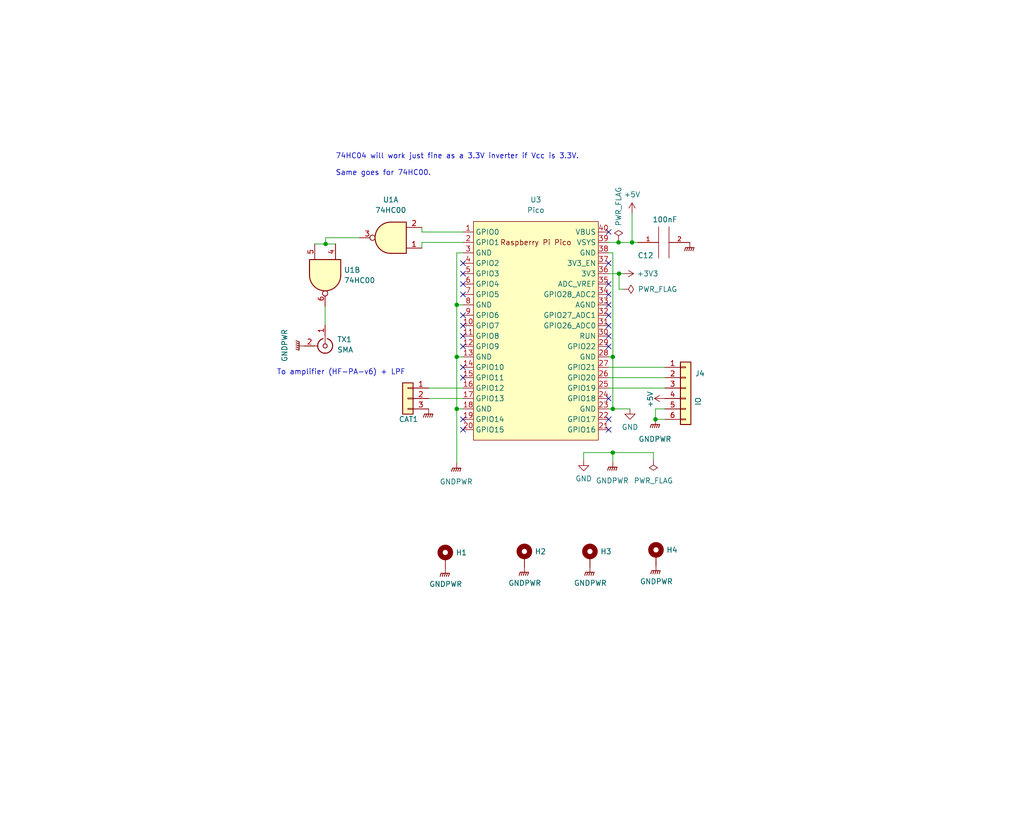
<source format=kicad_sch>
(kicad_sch (version 20211123) (generator eeschema)
  (paper "User" 250.012 200)
  (title_block (title "Easy CW Beacon without Si5351") (date "2022-04-20") (rev "v0.01") (company "VU3CER"))
  (lib_symbols
    (symbol "74xx:74HC00" (pin_names (offset 1.016))
      (property "Reference" "U" (at 0 1.27 0))
      (property "Value" "74HC00" (at 0 -1.27 0))
      (symbol "74HC00_1_1"
        (arc (start 0 -3.81) (mid 3.81 0) (end 0 3.81) (stroke (width 0.254)) (fill (type background)))
        (polyline (pts (xy 0 3.81) (xy -3.81 3.81) (xy -3.81 -3.81) (xy 0 -3.81)) (stroke (width 0.254)) (fill (type background)))
        (pin input line (at -7.62 2.54 0) (length 3.81) (name "~") (number "1"))
        (pin input line (at -7.62 -2.54 0) (length 3.81) (name "~") (number "2"))
        (pin output inverted (at 7.62 0 180) (length 3.81) (name "~") (number "3"))
      )
      (symbol "74HC00_1_2"
        (arc (start -3.81 -3.81) (mid -2.589 0) (end -3.81 3.81) (stroke (width 0.254)))
        (arc (start -0.6096 -3.81) (mid 2.1842 -2.5851) (end 3.81 0) (stroke (width 0.254)) (fill (type background)))
        (polyline (pts (xy -3.81 -3.81) (xy -0.635 -3.81)) (stroke (width 0.254)) (fill (type background)))
        (polyline (pts (xy -3.81 3.81) (xy -0.635 3.81)) (stroke (width 0.254)) (fill (type background)))
        (polyline (pts (xy -0.635 3.81) (xy -3.81 3.81) (xy -3.81 3.81) (xy -3.556 3.4036) (xy -3.0226 2.2606) (xy -2.6924 1.0414) (xy -2.6162 -0.254) (xy -2.7686 -1.4986) (xy -3.175 -2.7178) (xy -3.81 -3.81) (xy -3.81 -3.81) (xy -0.635 -3.81)) (stroke (width -25.4)) (fill (type background)))
        (arc (start 3.81 0) (mid 2.1915 2.5936) (end -0.6096 3.81) (stroke (width 0.254)) (fill (type background)))
        (pin input inverted (at -7.62 2.54 0) (length 4.318) (name "~") (number "1"))
        (pin input inverted (at -7.62 -2.54 0) (length 4.318) (name "~") (number "2"))
        (pin output line (at 7.62 0 180) (length 3.81) (name "~") (number "3"))
      )
      (symbol "74HC00_2_1"
        (arc (start 0 -3.81) (mid 3.81 0) (end 0 3.81) (stroke (width 0.254)) (fill (type background)))
        (polyline (pts (xy 0 3.81) (xy -3.81 3.81) (xy -3.81 -3.81) (xy 0 -3.81)) (stroke (width 0.254)) (fill (type background)))
        (pin input line (at -7.62 2.54 0) (length 3.81) (name "~") (number "4"))
        (pin input line (at -7.62 -2.54 0) (length 3.81) (name "~") (number "5"))
        (pin output inverted (at 7.62 0 180) (length 3.81) (name "~") (number "6"))
      )
      (symbol "74HC00_2_2"
        (arc (start -3.81 -3.81) (mid -2.589 0) (end -3.81 3.81) (stroke (width 0.254)))
        (arc (start -0.6096 -3.81) (mid 2.1842 -2.5851) (end 3.81 0) (stroke (width 0.254)) (fill (type background)))
        (polyline (pts (xy -3.81 -3.81) (xy -0.635 -3.81)) (stroke (width 0.254)) (fill (type background)))
        (polyline (pts (xy -3.81 3.81) (xy -0.635 3.81)) (stroke (width 0.254)) (fill (type background)))
        (polyline (pts (xy -0.635 3.81) (xy -3.81 3.81) (xy -3.81 3.81) (xy -3.556 3.4036) (xy -3.0226 2.2606) (xy -2.6924 1.0414) (xy -2.6162 -0.254) (xy -2.7686 -1.4986) (xy -3.175 -2.7178) (xy -3.81 -3.81) (xy -3.81 -3.81) (xy -0.635 -3.81)) (stroke (width -25.4)) (fill (type background)))
        (arc (start 3.81 0) (mid 2.1915 2.5936) (end -0.6096 3.81) (stroke (width 0.254)) (fill (type background)))
        (pin input inverted (at -7.62 2.54 0) (length 4.318) (name "~") (number "4"))
        (pin input inverted (at -7.62 -2.54 0) (length 4.318) (name "~") (number "5"))
        (pin output line (at 7.62 0 180) (length 3.81) (name "~") (number "6"))
      )
      (symbol "74HC00_3_1"
        (arc (start 0 -3.81) (mid 3.81 0) (end 0 3.81) (stroke (width 0.254)) (fill (type background)))
        (polyline (pts (xy 0 3.81) (xy -3.81 3.81) (xy -3.81 -3.81) (xy 0 -3.81)) (stroke (width 0.254)) (fill (type background)))
        (pin input line (at -7.62 -2.54 0) (length 3.81) (name "~") (number "10"))
        (pin output inverted (at 7.62 0 180) (length 3.81) (name "~") (number "8"))
        (pin input line (at -7.62 2.54 0) (length 3.81) (name "~") (number "9"))
      )
      (symbol "74HC00_3_2"
        (arc (start -3.81 -3.81) (mid -2.589 0) (end -3.81 3.81) (stroke (width 0.254)))
        (arc (start -0.6096 -3.81) (mid 2.1842 -2.5851) (end 3.81 0) (stroke (width 0.254)) (fill (type background)))
        (polyline (pts (xy -3.81 -3.81) (xy -0.635 -3.81)) (stroke (width 0.254)) (fill (type background)))
        (polyline (pts (xy -3.81 3.81) (xy -0.635 3.81)) (stroke (width 0.254)) (fill (type background)))
        (polyline (pts (xy -0.635 3.81) (xy -3.81 3.81) (xy -3.81 3.81) (xy -3.556 3.4036) (xy -3.0226 2.2606) (xy -2.6924 1.0414) (xy -2.6162 -0.254) (xy -2.7686 -1.4986) (xy -3.175 -2.7178) (xy -3.81 -3.81) (xy -3.81 -3.81) (xy -0.635 -3.81)) (stroke (width -25.4)) (fill (type background)))
        (arc (start 3.81 0) (mid 2.1915 2.5936) (end -0.6096 3.81) (stroke (width 0.254)) (fill (type background)))
        (pin input inverted (at -7.62 -2.54 0) (length 4.318) (name "~") (number "10"))
        (pin output line (at 7.62 0 180) (length 3.81) (name "~") (number "8"))
        (pin input inverted (at -7.62 2.54 0) (length 4.318) (name "~") (number "9"))
      )
      (symbol "74HC00_4_1"
        (arc (start 0 -3.81) (mid 3.81 0) (end 0 3.81) (stroke (width 0.254)) (fill (type background)))
        (polyline (pts (xy 0 3.81) (xy -3.81 3.81) (xy -3.81 -3.81) (xy 0 -3.81)) (stroke (width 0.254)) (fill (type background)))
        (pin output inverted (at 7.62 0 180) (length 3.81) (name "~") (number "11"))
        (pin input line (at -7.62 2.54 0) (length 3.81) (name "~") (number "12"))
        (pin input line (at -7.62 -2.54 0) (length 3.81) (name "~") (number "13"))
      )
      (symbol "74HC00_4_2"
        (arc (start -3.81 -3.81) (mid -2.589 0) (end -3.81 3.81) (stroke (width 0.254)))
        (arc (start -0.6096 -3.81) (mid 2.1842 -2.5851) (end 3.81 0) (stroke (width 0.254)) (fill (type background)))
        (polyline (pts (xy -3.81 -3.81) (xy -0.635 -3.81)) (stroke (width 0.254)) (fill (type background)))
        (polyline (pts (xy -3.81 3.81) (xy -0.635 3.81)) (stroke (width 0.254)) (fill (type background)))
        (polyline (pts (xy -0.635 3.81) (xy -3.81 3.81) (xy -3.81 3.81) (xy -3.556 3.4036) (xy -3.0226 2.2606) (xy -2.6924 1.0414) (xy -2.6162 -0.254) (xy -2.7686 -1.4986) (xy -3.175 -2.7178) (xy -3.81 -3.81) (xy -3.81 -3.81) (xy -0.635 -3.81)) (stroke (width -25.4)) (fill (type background)))
        (arc (start 3.81 0) (mid 2.1915 2.5936) (end -0.6096 3.81) (stroke (width 0.254)) (fill (type background)))
        (pin output line (at 7.62 0 180) (length 3.81) (name "~") (number "11"))
        (pin input inverted (at -7.62 2.54 0) (length 4.318) (name "~") (number "12"))
        (pin input inverted (at -7.62 -2.54 0) (length 4.318) (name "~") (number "13"))
      )
      (symbol "74HC00_5_0"
        (pin power_in line (at 0 12.7 270) (length 5.08) (name "VCC") (number "14"))
        (pin power_in line (at 0 -12.7 90) (length 5.08) (name "GND") (number "7"))
      )
      (symbol "74HC00_5_1"
        (rectangle (start -5.08 7.62) (end 5.08 -7.62) (stroke (width 0.254)) (fill (type background)))
      )
    )
    (symbol "Connector:Conn_Coaxial" (pin_names (offset 1.016) hide)
      (property "Reference" "J" (at 0.254 3.048 0))
      (property "Value" "Conn_Coaxial" (at 2.921 0 90))
      (symbol "Conn_Coaxial_0_1"
        (arc (start -1.778 -0.508) (mid 0.2311 -1.8066) (end 1.778 0) (stroke (width 0.254)))
        (polyline (pts (xy -2.54 0) (xy -0.508 0)))
        (polyline (pts (xy 0 -2.54) (xy 0 -1.778)))
        (circle (center 0 0) (radius 0.508) (stroke (width 0.2032)))
        (arc (start 1.778 0) (mid 0.2099 1.8101) (end -1.778 0.508) (stroke (width 0.254)))
      )
      (symbol "Conn_Coaxial_1_1"
        (pin passive line (at -5.08 0 0) (length 2.54) (name "In") (number "1"))
        (pin passive line (at 0 -5.08 90) (length 2.54) (name "Ext") (number "2"))
      )
    )
    (symbol "Connector_Generic:Conn_01x03" (pin_names (offset 1.016) hide)
      (property "Reference" "J" (at 0 5.08 0))
      (property "Value" "Conn_01x03" (at 0 -5.08 0))
      (symbol "Conn_01x03_1_1"
        (rectangle (start -1.27 -2.413) (end 0 -2.667) (stroke (width 0.1524)))
        (rectangle (start -1.27 0.127) (end 0 -0.127) (stroke (width 0.1524)))
        (rectangle (start -1.27 2.667) (end 0 2.413) (stroke (width 0.1524)))
        (rectangle (start -1.27 3.81) (end 1.27 -3.81) (stroke (width 0.254)) (fill (type background)))
        (pin passive line (at -5.08 2.54 0) (length 3.81) (name "Pin_1") (number "1"))
        (pin passive line (at -5.08 0 0) (length 3.81) (name "Pin_2") (number "2"))
        (pin passive line (at -5.08 -2.54 0) (length 3.81) (name "Pin_3") (number "3"))
      )
    )
    (symbol "Connector_Generic:Conn_01x06" (pin_names (offset 1.016) hide)
      (property "Reference" "J" (at 0 7.62 0))
      (property "Value" "Conn_01x06" (at 0 -10.16 0))
      (symbol "Conn_01x06_1_1"
        (rectangle (start -1.27 -7.493) (end 0 -7.747) (stroke (width 0.1524)))
        (rectangle (start -1.27 -4.953) (end 0 -5.207) (stroke (width 0.1524)))
        (rectangle (start -1.27 -2.413) (end 0 -2.667) (stroke (width 0.1524)))
        (rectangle (start -1.27 0.127) (end 0 -0.127) (stroke (width 0.1524)))
        (rectangle (start -1.27 2.667) (end 0 2.413) (stroke (width 0.1524)))
        (rectangle (start -1.27 5.207) (end 0 4.953) (stroke (width 0.1524)))
        (rectangle (start -1.27 6.35) (end 1.27 -8.89) (stroke (width 0.254)) (fill (type background)))
        (pin passive line (at -5.08 5.08 0) (length 3.81) (name "Pin_1") (number "1"))
        (pin passive line (at -5.08 2.54 0) (length 3.81) (name "Pin_2") (number "2"))
        (pin passive line (at -5.08 0 0) (length 3.81) (name "Pin_3") (number "3"))
        (pin passive line (at -5.08 -2.54 0) (length 3.81) (name "Pin_4") (number "4"))
        (pin passive line (at -5.08 -5.08 0) (length 3.81) (name "Pin_5") (number "5"))
        (pin passive line (at -5.08 -7.62 0) (length 3.81) (name "Pin_6") (number "6"))
      )
    )
    (symbol "Mechanical:MountingHole_Pad" (pin_numbers hide) (pin_names (offset 1.016) hide)
      (property "Reference" "H" (at 0 6.35 0))
      (property "Value" "MountingHole_Pad" (at 0 4.445 0))
      (symbol "MountingHole_Pad_0_1"
        (circle (center 0 1.27) (radius 1.27) (stroke (width 1.27)))
      )
      (symbol "MountingHole_Pad_1_1"
        (pin input line (at 0 -2.54 90) (length 2.54) (name "1") (number "1"))
      )
    )
    (symbol "pico:Pico"
      (property "Reference" "U3" (at 0 32.004 0))
      (property "Value" "Pico" (at 0 29.464 0))
      (symbol "Pico_0_0"
        (text "Raspberry Pi Pico" (at 0 21.59 0) (effects (font (size 1.27 1.27))))
      )
      (symbol "Pico_0_1"
        (rectangle (start -15.24 26.67) (end 15.24 -26.67) (fill (type background)))
      )
      (symbol "Pico_1_1"
        (pin bidirectional line (at -17.78 24.13 0) (length 2.54) (name "GPIO0") (number "1"))
        (pin bidirectional line (at -17.78 1.27 0) (length 2.54) (name "GPIO7") (number "10"))
        (pin bidirectional line (at -17.78 -1.27 0) (length 2.54) (name "GPIO8") (number "11"))
        (pin bidirectional line (at -17.78 -3.81 0) (length 2.54) (name "GPIO9") (number "12"))
        (pin power_in line (at -17.78 -6.35 0) (length 2.54) (name "GND") (number "13"))
        (pin bidirectional line (at -17.78 -8.89 0) (length 2.54) (name "GPIO10") (number "14"))
        (pin bidirectional line (at -17.78 -11.43 0) (length 2.54) (name "GPIO11") (number "15"))
        (pin bidirectional line (at -17.78 -13.97 0) (length 2.54) (name "GPIO12") (number "16"))
        (pin bidirectional line (at -17.78 -16.51 0) (length 2.54) (name "GPIO13") (number "17"))
        (pin power_in line (at -17.78 -19.05 0) (length 2.54) (name "GND") (number "18"))
        (pin bidirectional line (at -17.78 -21.59 0) (length 2.54) (name "GPIO14") (number "19"))
        (pin bidirectional line (at -17.78 21.59 0) (length 2.54) (name "GPIO1") (number "2"))
        (pin bidirectional line (at -17.78 -24.13 0) (length 2.54) (name "GPIO15") (number "20"))
        (pin bidirectional line (at 17.78 -24.13 180) (length 2.54) (name "GPIO16") (number "21"))
        (pin bidirectional line (at 17.78 -21.59 180) (length 2.54) (name "GPIO17") (number "22"))
        (pin power_in line (at 17.78 -19.05 180) (length 2.54) (name "GND") (number "23"))
        (pin bidirectional line (at 17.78 -16.51 180) (length 2.54) (name "GPIO18") (number "24"))
        (pin bidirectional line (at 17.78 -13.97 180) (length 2.54) (name "GPIO19") (number "25"))
        (pin bidirectional line (at 17.78 -11.43 180) (length 2.54) (name "GPIO20") (number "26"))
        (pin bidirectional line (at 17.78 -8.89 180) (length 2.54) (name "GPIO21") (number "27"))
        (pin power_in line (at 17.78 -6.35 180) (length 2.54) (name "GND") (number "28"))
        (pin bidirectional line (at 17.78 -3.81 180) (length 2.54) (name "GPIO22") (number "29"))
        (pin power_in line (at -17.78 19.05 0) (length 2.54) (name "GND") (number "3"))
        (pin input line (at 17.78 -1.27 180) (length 2.54) (name "RUN") (number "30"))
        (pin bidirectional line (at 17.78 1.27 180) (length 2.54) (name "GPIO26_ADC0") (number "31"))
        (pin bidirectional line (at 17.78 3.81 180) (length 2.54) (name "GPIO27_ADC1") (number "32"))
        (pin power_in line (at 17.78 6.35 180) (length 2.54) (name "AGND") (number "33"))
        (pin bidirectional line (at 17.78 8.89 180) (length 2.54) (name "GPIO28_ADC2") (number "34"))
        (pin power_in line (at 17.78 11.43 180) (length 2.54) (name "ADC_VREF") (number "35"))
        (pin power_in line (at 17.78 13.97 180) (length 2.54) (name "3V3") (number "36"))
        (pin input line (at 17.78 16.51 180) (length 2.54) (name "3V3_EN") (number "37"))
        (pin power_in line (at 17.78 19.05 180) (length 2.54) (name "GND") (number "38"))
        (pin power_in line (at 17.78 21.59 180) (length 2.54) (name "VSYS") (number "39"))
        (pin bidirectional line (at -17.78 16.51 0) (length 2.54) (name "GPIO2") (number "4"))
        (pin power_in line (at 17.78 24.13 180) (length 2.54) (name "VBUS") (number "40"))
        (pin bidirectional line (at -17.78 13.97 0) (length 2.54) (name "GPIO3") (number "5"))
        (pin bidirectional line (at -17.78 11.43 0) (length 2.54) (name "GPIO4") (number "6"))
        (pin bidirectional line (at -17.78 8.89 0) (length 2.54) (name "GPIO5") (number "7"))
        (pin power_in line (at -17.78 6.35 0) (length 2.54) (name "GND") (number "8"))
        (pin bidirectional line (at -17.78 3.81 0) (length 2.54) (name "GPIO6") (number "9"))
      )
    )
    (symbol "power:+3.3V" (power) (pin_names (offset 0))
      (property "Value" "+3.3V" (at 0 3.556 0))
      (symbol "+3.3V_0_1"
        (polyline (pts (xy -0.762 1.27) (xy 0 2.54)))
        (polyline (pts (xy 0 0) (xy 0 2.54)))
        (polyline (pts (xy 0 2.54) (xy 0.762 1.27)))
      )
      (symbol "+3.3V_1_1"
        (pin power_in line (at 0 0 90) (length 0) hide (name "+3V3") (number "1"))
      )
    )
    (symbol "power:+5V" (power) (pin_names (offset 0))
      (property "Value" "+5V" (at 0 3.556 0))
      (symbol "+5V_0_1"
        (polyline (pts (xy -0.762 1.27) (xy 0 2.54)))
        (polyline (pts (xy 0 0) (xy 0 2.54)))
        (polyline (pts (xy 0 2.54) (xy 0.762 1.27)))
      )
      (symbol "+5V_1_1"
        (pin power_in line (at 0 0 90) (length 0) hide (name "+5V") (number "1"))
      )
    )
    (symbol "power:GND" (power) (pin_names (offset 0))
      (property "Value" "GND" (at 0 -3.81 0))
      (symbol "GND_0_1"
        (polyline (pts (xy 0 0) (xy 0 -1.27) (xy 1.27 -1.27) (xy 0 -2.54) (xy -1.27 -1.27) (xy 0 -1.27)))
      )
      (symbol "GND_1_1"
        (pin power_in line (at 0 0 270) (length 0) hide (name "GND") (number "1"))
      )
    )
    (symbol "power:GNDPWR" (power) (pin_names (offset 0))
      (property "Value" "GNDPWR" (at 0 -3.302 0))
      (symbol "GNDPWR_0_1"
        (polyline (pts (xy 0 -1.27) (xy 0 0)))
        (polyline (pts (xy -1.016 -1.27) (xy -1.27 -2.032) (xy -1.27 -2.032)) (stroke (width 0.2032)))
        (polyline (pts (xy -0.508 -1.27) (xy -0.762 -2.032) (xy -0.762 -2.032)) (stroke (width 0.2032)))
        (polyline (pts (xy 0 -1.27) (xy -0.254 -2.032) (xy -0.254 -2.032)) (stroke (width 0.2032)))
        (polyline (pts (xy 0.508 -1.27) (xy 0.254 -2.032) (xy 0.254 -2.032)) (stroke (width 0.2032)))
        (polyline (pts (xy 1.016 -1.27) (xy -1.016 -1.27) (xy -1.016 -1.27)) (stroke (width 0.2032)))
        (polyline (pts (xy 1.016 -1.27) (xy 0.762 -2.032) (xy 0.762 -2.032) (xy 0.762 -2.032)) (stroke (width 0.2032)))
      )
      (symbol "GNDPWR_1_1"
        (pin power_in line (at 0 0 270) (length 0) hide (name "GNDPWR") (number "1"))
      )
    )
    (symbol "power:PWR_FLAG" (power) (pin_numbers hide) (pin_names (offset 0) hide)
      (property "Value" "PWR_FLAG" (at 0 3.81 0))
      (symbol "PWR_FLAG_0_0"
        (pin power_out line (at 0 0 90) (length 0) (name "pwr") (number "1"))
      )
      (symbol "PWR_FLAG_0_1"
        (polyline (pts (xy 0 0) (xy 0 1.27) (xy -1.016 1.905) (xy 0 2.54) (xy 1.016 1.905) (xy 0 1.27)))
      )
    )
    (symbol "pspice:CAP" (pin_names (offset 0.254))
      (property "Reference" "C" (at 2.54 3.81 90))
      (property "Value" "CAP" (at 2.54 -3.81 90))
      (symbol "CAP_0_1"
        (polyline (pts (xy -3.81 -1.27) (xy 3.81 -1.27)))
        (polyline (pts (xy -3.81 1.27) (xy 3.81 1.27)))
      )
      (symbol "CAP_1_1"
        (pin passive line (at 0 6.35 270) (length 5.08) (name "~") (number "1"))
        (pin passive line (at 0 -6.35 90) (length 5.08) (name "~") (number "2"))
      )
    )
  )
  (junction (at 149.606 99.822))
  (junction (at 111.506 74.422))
  (junction (at 154.305 59.182))
  (junction (at 151.003 59.182))
  (junction (at 160.02 102.362))
  (junction (at 151.13 66.802))
  (junction (at 111.506 99.822))
  (junction (at 149.606 87.122))
  (junction (at 149.606 110.49))
  (junction (at 79.502 59.563))
  (junction (at 111.506 87.122))
  (no_connect (at 113.03 89.662))
  (no_connect (at 113.03 92.202))
  (no_connect (at 113.03 69.342))
  (no_connect (at 113.03 71.882))
  (no_connect (at 113.03 66.802))
  (no_connect (at 113.03 64.262))
  (no_connect (at 113.03 76.962))
  (no_connect (at 113.03 79.502))
  (no_connect (at 113.03 84.582))
  (no_connect (at 113.03 82.042))
  (no_connect (at 148.59 82.042))
  (no_connect (at 148.59 76.962))
  (no_connect (at 148.59 69.342))
  (no_connect (at 148.59 71.882))
  (no_connect (at 148.59 74.422))
  (no_connect (at 148.59 64.262))
  (no_connect (at 148.59 104.902))
  (no_connect (at 148.59 102.362))
  (no_connect (at 113.03 104.902))
  (no_connect (at 148.59 79.502))
  (no_connect (at 113.03 102.362))
  (no_connect (at 148.59 56.642))
  (no_connect (at 148.59 97.282))
  (no_connect (at 148.59 84.582))
  (wire (pts (xy 149.606 61.722) (xy 149.606 87.122)))
  (wire (pts (xy 111.506 74.422) (xy 111.506 87.122)))
  (wire (pts (xy 142.494 112.395) (xy 142.494 110.49)))
  (wire (pts (xy 113.03 87.122) (xy 111.506 87.122)))
  (wire (pts (xy 149.606 87.122) (xy 149.606 99.822)))
  (wire (pts (xy 79.502 58.039) (xy 79.502 59.563)))
  (wire (pts (xy 148.59 99.822) (xy 149.606 99.822)))
  (wire (pts (xy 160.02 102.362) (xy 162.306 102.362)))
  (wire (pts (xy 104.648 94.742) (xy 113.03 94.742)))
  (wire (pts (xy 160.02 99.822) (xy 162.306 99.822)))
  (wire (pts (xy 148.59 92.202) (xy 162.306 92.202)))
  (wire (pts (xy 102.997 55.499) (xy 102.997 56.642)))
  (wire (pts (xy 111.506 87.122) (xy 111.506 99.822)))
  (wire (pts (xy 111.506 99.822) (xy 111.506 113.03)))
  (wire (pts (xy 102.997 56.642) (xy 113.03 56.642)))
  (wire (pts (xy 149.606 99.822) (xy 153.797 99.822)))
  (wire (pts (xy 113.03 59.182) (xy 102.997 59.182)))
  (wire (pts (xy 151.13 66.802) (xy 152.146 66.802)))
  (wire (pts (xy 148.59 87.122) (xy 149.606 87.122)))
  (wire (pts (xy 148.59 59.182) (xy 151.003 59.182)))
  (wire (pts (xy 159.512 110.49) (xy 159.512 112.268)))
  (wire (pts (xy 160.02 99.822) (xy 160.02 102.362)))
  (wire (pts (xy 111.506 61.722) (xy 111.506 74.422)))
  (wire (pts (xy 148.59 89.662) (xy 162.306 89.662)))
  (wire (pts (xy 142.494 110.49) (xy 149.606 110.49)))
  (wire (pts (xy 111.506 99.822) (xy 113.03 99.822)))
  (wire (pts (xy 76.835 59.563) (xy 79.502 59.563)))
  (wire (pts (xy 79.375 74.803) (xy 79.375 79.375)))
  (wire (pts (xy 111.506 61.722) (xy 113.03 61.722)))
  (wire (pts (xy 149.606 110.49) (xy 149.606 112.776)))
  (wire (pts (xy 154.305 59.182) (xy 155.702 59.182)))
  (wire (pts (xy 148.59 66.802) (xy 151.13 66.802)))
  (wire (pts (xy 113.03 74.422) (xy 111.506 74.422)))
  (wire (pts (xy 149.606 110.49) (xy 159.512 110.49)))
  (wire (pts (xy 151.003 59.182) (xy 154.305 59.182)))
  (wire (pts (xy 102.997 59.182) (xy 102.997 60.579)))
  (wire (pts (xy 151.003 58.801) (xy 151.003 59.182)))
  (wire (pts (xy 148.59 94.742) (xy 162.306 94.742)))
  (wire (pts (xy 79.502 58.039) (xy 87.757 58.039)))
  (wire (pts (xy 154.305 52.07) (xy 154.305 59.182)))
  (wire (pts (xy 151.13 66.802) (xy 151.13 70.612)))
  (wire (pts (xy 104.648 97.282) (xy 113.03 97.282)))
  (wire (pts (xy 148.59 61.722) (xy 149.606 61.722)))
  (wire (pts (xy 79.502 59.563) (xy 81.915 59.563)))
  (wire (pts (xy 151.13 70.612) (xy 152.146 70.612)))
  (text "To amplifier (HF-PA-v6) + LPF" (at 67.564 91.694 0) (effects (font (size 1.27 1.27)) (justify left bottom)))
  (text "74HC04 will work just fine as a 3.3V inverter if Vcc is 3.3V.\n\nSame goes for 74HC00." (at 81.915 43.053 0) (effects (font (size 1.27 1.27)) (justify left bottom)))
  (symbol (lib_id "Mechanical:MountingHole_Pad") (at 108.712 136.144 0) (unit 1)
    (property "Reference" "H1" (at 111.252 134.8994 0) (effects (justify left)))
    (property "Value" "MountingHole_Pad" (effects hide))
    (property "Footprint" "MountingHole:MountingHole_3.2mm_M3_ISO7380_Pad" (effects hide))
  )
  (symbol (lib_id "Mechanical:MountingHole_Pad") (at 128.016 135.89 0) (unit 1)
    (property "Reference" "H2" (at 130.556 134.6454 0) (effects (justify left)))
    (property "Value" "MountingHole_Pad" (effects hide))
    (property "Footprint" "MountingHole:MountingHole_3.2mm_M3_ISO7380_Pad" (effects hide))
  )
  (symbol (lib_id "Mechanical:MountingHole_Pad") (at 144.018 135.89 0) (unit 1)
    (property "Reference" "H3" (at 146.558 134.6454 0) (effects (justify left)))
    (property "Value" "MountingHole_Pad" (effects hide))
    (property "Footprint" "MountingHole:MountingHole_3.2mm_M3_ISO7380_Pad" (effects hide))
  )
  (symbol (lib_id "Mechanical:MountingHole_Pad") (at 160.147 135.509 0) (unit 1)
    (property "Reference" "H4" (at 162.687 134.2644 0) (effects (justify left)))
    (property "Value" "MountingHole_Pad" (effects hide))
    (property "Footprint" "MountingHole:MountingHole_3.2mm_M3_ISO7380_Pad" (effects hide))
  )
  (symbol (lib_id "power:GNDPWR") (at 108.712 138.684 0) (unit 1)
    (property "Reference" "#PWR0133" (effects hide))
    (property "Value" "GNDPWR" (at 108.8136 142.5956 0))
  )
  (symbol (lib_id "power:GNDPWR") (at 128.016 138.43 0) (unit 1)
    (property "Reference" "#PWR0141" (effects hide))
    (property "Value" "GNDPWR" (at 128.1176 142.3416 0))
  )
  (symbol (lib_id "power:GNDPWR") (at 144.018 138.43 0) (unit 1)
    (property "Reference" "#PWR0142" (effects hide))
    (property "Value" "GNDPWR" (at 144.1196 142.3416 0))
  )
  (symbol (lib_id "power:GNDPWR") (at 160.147 138.049 0) (unit 1)
    (property "Reference" "#PWR0143" (effects hide))
    (property "Value" "GNDPWR" (at 160.2486 141.9606 0))
  )
  (symbol (lib_id "power:PWR_FLAG") (at 159.512 112.268 180) (unit 1)
    (property "Reference" "#FLG02" (effects hide))
    (property "Value" "PWR_FLAG" (at 159.512 117.348 0))
  )
  (symbol (lib_id "power:+5V") (at 154.305 52.07 0) (unit 1)
    (property "Reference" "#PWR04" (effects hide))
    (property "Value" "+5V" (at 154.305 47.498 0))
  )
  (symbol (lib_id "power:GNDPWR") (at 160.02 102.362 0) (unit 1)
    (property "Reference" "#PWR0102" (effects hide))
    (property "Value" "GNDPWR" (at 159.893 107.188 0))
  )
  (symbol (lib_id "Connector_Generic:Conn_01x03") (at 99.568 97.282 0) (mirror y) (unit 1)
    (property "Reference" "CAT1" (at 102.108 102.362 0) (effects (justify left)))
    (property "Value" "CAT" (effects hide))
    (property "Footprint" "Connector_PinHeader_2.54mm:PinHeader_1x03_P2.54mm_Vertical" (effects hide))
  )
  (symbol (lib_id "Connector_Generic:Conn_01x06") (at 167.386 94.742 0) (unit 1)
    (property "Reference" "J4" (at 169.672 91.186 0) (effects (justify left)))
    (property "Value" "IO" (at 170.434 99.06 90) (effects (justify left)))
    (property "Footprint" "Connector_PinHeader_2.54mm:PinHeader_1x06_P2.54mm_Vertical" (effects hide))
  )
  (symbol (lib_id "power:GNDPWR") (at 104.648 99.822 0) (unit 1)
    (property "Reference" "#PWR0106" (effects hide))
    (property "Value" "GNDPWR" (effects hide))
  )
  (symbol (lib_id "pspice:CAP") (at 162.052 59.182 90) (unit 1)
    (property "Reference" "C12" (at 157.607 62.357 90))
    (property "Value" "100nF" (at 162.306 53.594 90))
    (property "Footprint" "Capacitor_SMD:C_1206_3216Metric_Pad1.33x1.80mm_HandSolder" (effects hide))
  )
  (symbol (lib_id "power:+3.3V") (at 152.146 66.802 270) (unit 1)
    (property "Reference" "#PWR03" (effects hide))
    (property "Value" "+3.3V" (at 155.448 66.8019 90) (effects (justify left)))
  )
  (symbol (lib_id "power:GND") (at 142.494 112.395 0) (unit 1)
    (property "Reference" "#PWR0104" (effects hide))
    (property "Value" "GND" (at 142.494 116.84 0))
  )
  (symbol (lib_id "power:GNDPWR") (at 149.606 112.776 0) (unit 1)
    (property "Reference" "#PWR0103" (effects hide))
    (property "Value" "GNDPWR" (at 149.479 117.348 0))
  )
  (symbol (lib_id "power:GNDPWR") (at 111.506 113.03 0) (unit 1)
    (property "Reference" "#PWR0105" (effects hide))
    (property "Value" "GNDPWR" (at 111.379 117.602 0))
  )
  (symbol (lib_id "Connector:Conn_Coaxial") (at 79.375 84.455 270) (unit 1)
    (property "Reference" "TX1" (at 82.296 82.8674 90) (effects (justify left)))
    (property "Value" "SMA" (at 82.296 85.4074 90) (effects (justify left)))
    (property "Footprint" "Connector_Coaxial:SMA_Amphenol_901-144_Vertical" (effects hide))
    (property "Datasheet" " ~" (effects hide))
  )
  (symbol (lib_id "power:GNDPWR") (at 74.295 84.455 270) (unit 1)
    (property "Reference" "#PWR0107" (effects hide))
    (property "Value" "GNDPWR" (at 69.469 84.328 0))
  )
  (symbol (lib_id "power:PWR_FLAG") (at 152.146 70.612 270) (unit 1)
    (property "Reference" "#FLG0101" (effects hide))
    (property "Value" "PWR_FLAG" (at 155.702 70.612 90) (effects (justify left)))
  )
  (symbol (lib_id "74xx:74HC00") (at 95.377 58.039 180) (unit 1)
    (property "Reference" "U1" (at 95.377 48.768 0))
    (property "Value" "74HC00" (at 95.377 51.308 0))
    (property "Datasheet" "http://www.ti.com/lit/gpn/sn74hc00" (effects hide))
  )
  (symbol (lib_id "power:PWR_FLAG") (at 151.003 58.801 0) (unit 1)
    (property "Reference" "#FLG01" (effects hide))
    (property "Value" "PWR_FLAG" (at 151.003 55.245 90) (effects (justify left)))
  )
  (symbol (lib_id "power:GND") (at 153.797 99.822 0) (unit 1)
    (property "Reference" "#PWR0108" (effects hide))
    (property "Value" "GND" (at 153.797 104.267 0))
  )
  (symbol (lib_id "power:GNDPWR") (at 168.402 59.182 0) (unit 1)
    (property "Reference" "#PWR07" (effects hide))
    (property "Value" "GNDPWR" (effects hide))
  )
  (symbol (lib_id "pico:Pico") (at 130.81 80.772 0) (unit 1)
    (property "Reference" "U3" (at 130.81 48.768 0))
    (property "Value" "Pico" (at 130.81 51.308 0))
    (property "Footprint" "footprints:RPi_Pico_SMD_TH" (effects hide))
  )
  (symbol (lib_id "power:+5V") (at 162.306 97.282 90) (unit 1)
    (property "Reference" "#PWR0101" (effects hide))
    (property "Value" "+5V" (at 158.75 99.568 0) (effects (justify left)))
  )
  (symbol (lib_id "74xx:74HC00") (at 79.375 67.183 270) (unit 2)
    (property "Reference" "U1" (at 83.947 65.9129 90) (effects (justify left)))
    (property "Value" "74HC00" (at 83.947 68.4529 90) (effects (justify left)))
    (property "Datasheet" "http://www.ti.com/lit/gpn/sn74hc00" (effects hide))
  )
)
</source>
